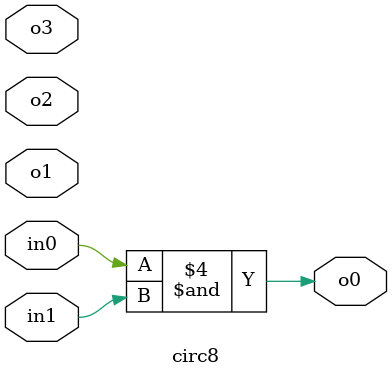
<source format=v>
module circ8 (o2, o3, o1, in1, in0, o0);
  input o2;
  input o3;
  input o1;
  input in1;
  input in0;

  output o0;

  wire g;
  wire o0;

  and g_0(g, o0, o1, o2, o3);
  and g_1(o0, in0, in1);
endmodule

</source>
